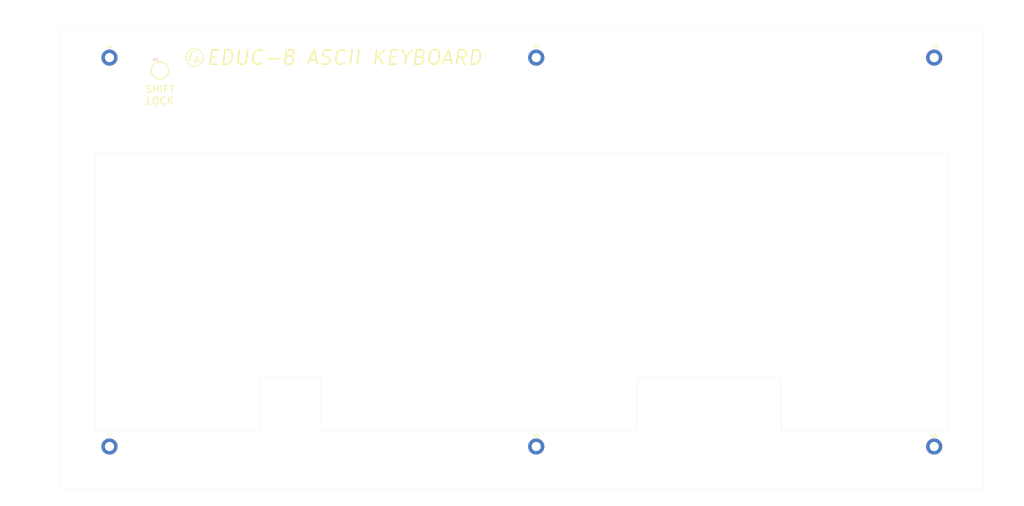
<source format=kicad_pcb>
(kicad_pcb (version 20171130) (host pcbnew "(5.1.10-1-10_14)")

  (general
    (thickness 1.6)
    (drawings 58)
    (tracks 0)
    (zones 0)
    (modules 8)
    (nets 2)
  )

  (page A4)
  (layers
    (0 F.Cu signal)
    (31 B.Cu signal)
    (32 B.Adhes user)
    (33 F.Adhes user)
    (34 B.Paste user)
    (35 F.Paste user)
    (36 B.SilkS user)
    (37 F.SilkS user)
    (38 B.Mask user)
    (39 F.Mask user)
    (40 Dwgs.User user)
    (41 Cmts.User user)
    (42 Eco1.User user)
    (43 Eco2.User user)
    (44 Edge.Cuts user)
    (45 Margin user)
    (46 B.CrtYd user)
    (47 F.CrtYd user)
    (48 B.Fab user)
    (49 F.Fab user)
  )

  (setup
    (last_trace_width 0.25)
    (trace_clearance 0.2)
    (zone_clearance 0.508)
    (zone_45_only no)
    (trace_min 0.2)
    (via_size 0.8)
    (via_drill 0.4)
    (via_min_size 0.4)
    (via_min_drill 0.3)
    (uvia_size 0.3)
    (uvia_drill 0.1)
    (uvias_allowed no)
    (uvia_min_size 0.2)
    (uvia_min_drill 0.1)
    (edge_width 0.05)
    (segment_width 0.2)
    (pcb_text_width 0.3)
    (pcb_text_size 1.5 1.5)
    (mod_edge_width 0.12)
    (mod_text_size 1 1)
    (mod_text_width 0.15)
    (pad_size 5 5)
    (pad_drill 5)
    (pad_to_mask_clearance 0)
    (aux_axis_origin 0 0)
    (grid_origin 20 150)
    (visible_elements FFFFFF7F)
    (pcbplotparams
      (layerselection 0x010fc_ffffffff)
      (usegerberextensions false)
      (usegerberattributes true)
      (usegerberadvancedattributes true)
      (creategerberjobfile true)
      (excludeedgelayer true)
      (linewidth 0.100000)
      (plotframeref false)
      (viasonmask false)
      (mode 1)
      (useauxorigin false)
      (hpglpennumber 1)
      (hpglpenspeed 20)
      (hpglpendiameter 15.000000)
      (psnegative false)
      (psa4output false)
      (plotreference true)
      (plotvalue true)
      (plotinvisibletext false)
      (padsonsilk false)
      (subtractmaskfromsilk false)
      (outputformat 1)
      (mirror false)
      (drillshape 1)
      (scaleselection 1)
      (outputdirectory ""))
  )

  (net 0 "")
  (net 1 "Net-(H2-Pad1)")

  (net_class Default "This is the default net class."
    (clearance 0.2)
    (trace_width 0.25)
    (via_dia 0.8)
    (via_drill 0.4)
    (uvia_dia 0.3)
    (uvia_drill 0.1)
    (add_net "Net-(H2-Pad1)")
  )

  (module EDUC-8:EA_Symbol (layer F.Cu) (tedit 60BC925A) (tstamp 60E04660)
    (at 56.5 0)
    (fp_text reference REF** (at 0 -5.08) (layer F.SilkS) hide
      (effects (font (size 1 1) (thickness 0.15)))
    )
    (fp_text value EA_Symbol (at 0 -6.985) (layer F.Fab) hide
      (effects (font (size 1 1) (thickness 0.15)))
    )
    (fp_circle (center 0 0) (end 3 0) (layer F.SilkS) (width 0.24))
    (fp_line (start -1 -2) (end -1.7 0.9) (layer F.SilkS) (width 0.3))
    (fp_line (start -1.04 -2.07) (end 0.57 -2.07) (layer F.SilkS) (width 0.12))
    (fp_line (start -4.09 -0.53) (end 0.11 -0.53) (layer F.SilkS) (width 0.12))
    (fp_line (start -1.75 0.95) (end 3.95 0.95) (layer F.SilkS) (width 0.12))
    (fp_line (start 1 -0.5) (end 0.2 1.9) (layer F.SilkS) (width 0.3))
    (fp_line (start 1.04 -0.51) (end 2 1.96) (layer F.SilkS) (width 0.12))
  )

  (module MountingHole:MountingHole_3.2mm_M3_DIN965_Pad (layer F.Cu) (tedit 56D1B4CB) (tstamp 60E0441E)
    (at 27 135)
    (descr "Mounting Hole 3.2mm, M3, DIN965")
    (tags "mounting hole 3.2mm m3 din965")
    (path /613F2969)
    (attr virtual)
    (fp_text reference H7 (at 0 -3.8) (layer F.SilkS)
      (effects (font (size 1 1) (thickness 0.15)))
    )
    (fp_text value MountingHole_Pad (at 0 3.8) (layer F.Fab)
      (effects (font (size 1 1) (thickness 0.15)))
    )
    (fp_circle (center 0 0) (end 3.05 0) (layer F.CrtYd) (width 0.05))
    (fp_circle (center 0 0) (end 2.8 0) (layer Cmts.User) (width 0.15))
    (fp_text user %R (at 0.3 0) (layer F.Fab)
      (effects (font (size 1 1) (thickness 0.15)))
    )
    (pad 1 thru_hole circle (at 0 0) (size 5.6 5.6) (drill 3.2) (layers *.Cu *.Mask)
      (net 1 "Net-(H2-Pad1)"))
  )

  (module MountingHole:MountingHole_3.2mm_M3_DIN965_Pad (layer F.Cu) (tedit 56D1B4CB) (tstamp 60E04416)
    (at 313 135)
    (descr "Mounting Hole 3.2mm, M3, DIN965")
    (tags "mounting hole 3.2mm m3 din965")
    (path /613F2621)
    (attr virtual)
    (fp_text reference H6 (at 0 -3.8) (layer F.SilkS)
      (effects (font (size 1 1) (thickness 0.15)))
    )
    (fp_text value MountingHole_Pad (at 0 3.8) (layer F.Fab)
      (effects (font (size 1 1) (thickness 0.15)))
    )
    (fp_circle (center 0 0) (end 3.05 0) (layer F.CrtYd) (width 0.05))
    (fp_circle (center 0 0) (end 2.8 0) (layer Cmts.User) (width 0.15))
    (fp_text user %R (at 0.3 0) (layer F.Fab)
      (effects (font (size 1 1) (thickness 0.15)))
    )
    (pad 1 thru_hole circle (at 0 0) (size 5.6 5.6) (drill 3.2) (layers *.Cu *.Mask)
      (net 1 "Net-(H2-Pad1)"))
  )

  (module MountingHole:MountingHole_3.2mm_M3_DIN965_Pad (layer F.Cu) (tedit 56D1B4CB) (tstamp 60E0440E)
    (at 175 135)
    (descr "Mounting Hole 3.2mm, M3, DIN965")
    (tags "mounting hole 3.2mm m3 din965")
    (path /613F2208)
    (attr virtual)
    (fp_text reference H5 (at 0 -3.8) (layer F.SilkS)
      (effects (font (size 1 1) (thickness 0.15)))
    )
    (fp_text value MountingHole_Pad (at 0 3.8) (layer F.Fab)
      (effects (font (size 1 1) (thickness 0.15)))
    )
    (fp_circle (center 0 0) (end 3.05 0) (layer F.CrtYd) (width 0.05))
    (fp_circle (center 0 0) (end 2.8 0) (layer Cmts.User) (width 0.15))
    (fp_text user %R (at 0.3 0) (layer F.Fab)
      (effects (font (size 1 1) (thickness 0.15)))
    )
    (pad 1 thru_hole circle (at 0 0) (size 5.6 5.6) (drill 3.2) (layers *.Cu *.Mask)
      (net 1 "Net-(H2-Pad1)"))
  )

  (module MountingHole:MountingHole_3.2mm_M3_DIN965_Pad (layer F.Cu) (tedit 56D1B4CB) (tstamp 60E04406)
    (at 27 0)
    (descr "Mounting Hole 3.2mm, M3, DIN965")
    (tags "mounting hole 3.2mm m3 din965")
    (path /613F1BF6)
    (attr virtual)
    (fp_text reference H4 (at 0 -3.8) (layer F.SilkS)
      (effects (font (size 1 1) (thickness 0.15)))
    )
    (fp_text value MountingHole_Pad (at 0 3.8) (layer F.Fab)
      (effects (font (size 1 1) (thickness 0.15)))
    )
    (fp_circle (center 0 0) (end 3.05 0) (layer F.CrtYd) (width 0.05))
    (fp_circle (center 0 0) (end 2.8 0) (layer Cmts.User) (width 0.15))
    (fp_text user %R (at 0.3 0) (layer F.Fab)
      (effects (font (size 1 1) (thickness 0.15)))
    )
    (pad 1 thru_hole circle (at 0 0) (size 5.6 5.6) (drill 3.2) (layers *.Cu *.Mask)
      (net 1 "Net-(H2-Pad1)"))
  )

  (module MountingHole:MountingHole_3.2mm_M3_DIN965_Pad (layer F.Cu) (tedit 56D1B4CB) (tstamp 60E043FE)
    (at 313 0)
    (descr "Mounting Hole 3.2mm, M3, DIN965")
    (tags "mounting hole 3.2mm m3 din965")
    (path /613F144B)
    (attr virtual)
    (fp_text reference H3 (at 0 -3.8) (layer F.SilkS)
      (effects (font (size 1 1) (thickness 0.15)))
    )
    (fp_text value MountingHole_Pad (at 0 3.8) (layer F.Fab)
      (effects (font (size 1 1) (thickness 0.15)))
    )
    (fp_circle (center 0 0) (end 3.05 0) (layer F.CrtYd) (width 0.05))
    (fp_circle (center 0 0) (end 2.8 0) (layer Cmts.User) (width 0.15))
    (fp_text user %R (at 0.3 0) (layer F.Fab)
      (effects (font (size 1 1) (thickness 0.15)))
    )
    (pad 1 thru_hole circle (at 0 0) (size 5.6 5.6) (drill 3.2) (layers *.Cu *.Mask)
      (net 1 "Net-(H2-Pad1)"))
  )

  (module MountingHole:MountingHole_3.2mm_M3_DIN965_Pad (layer F.Cu) (tedit 56D1B4CB) (tstamp 60E043F6)
    (at 175 0)
    (descr "Mounting Hole 3.2mm, M3, DIN965")
    (tags "mounting hole 3.2mm m3 din965")
    (path /613F097A)
    (attr virtual)
    (fp_text reference H2 (at 0 -3.8) (layer F.SilkS)
      (effects (font (size 1 1) (thickness 0.15)))
    )
    (fp_text value MountingHole_Pad (at 0 3.8) (layer F.Fab)
      (effects (font (size 1 1) (thickness 0.15)))
    )
    (fp_circle (center 0 0) (end 3.05 0) (layer F.CrtYd) (width 0.05))
    (fp_circle (center 0 0) (end 2.8 0) (layer Cmts.User) (width 0.15))
    (fp_text user %R (at 0.3 0) (layer F.Fab)
      (effects (font (size 1 1) (thickness 0.15)))
    )
    (pad 1 thru_hole circle (at 0 0) (size 5.6 5.6) (drill 3.2) (layers *.Cu *.Mask)
      (net 1 "Net-(H2-Pad1)"))
  )

  (module Altronics:3mm_Panel_Hole (layer F.Cu) (tedit 60DFF2FE) (tstamp 60E043EE)
    (at 44.5 4.5)
    (path /613EFFF7)
    (fp_text reference H1 (at -1.5 -3.75) (layer B.SilkS)
      (effects (font (size 1 1) (thickness 0.15)))
    )
    (fp_text value MountingHole (at 1.25 -7.5) (layer F.Fab)
      (effects (font (size 1 1) (thickness 0.15)))
    )
    (pad "" np_thru_hole circle (at 0 0) (size 5 5) (drill 5) (layers *.Cu *.Mask))
  )

  (dimension 46 (width 0.15) (layer Dwgs.User)
    (gr_text "46.000 mm" (at 198 128.3) (layer Dwgs.User)
      (effects (font (size 1 1) (thickness 0.15)))
    )
    (feature1 (pts (xy 221 120) (xy 221 127.586421)))
    (feature2 (pts (xy 175 120) (xy 175 127.586421)))
    (crossbar (pts (xy 175 127) (xy 221 127)))
    (arrow1a (pts (xy 221 127) (xy 219.873496 127.586421)))
    (arrow1b (pts (xy 221 127) (xy 219.873496 126.413579)))
    (arrow2a (pts (xy 175 127) (xy 176.126504 127.586421)))
    (arrow2b (pts (xy 175 127) (xy 176.126504 126.413579)))
  )
  (gr_line (start 27 135) (end 313 135) (layer Dwgs.User) (width 0.15))
  (dimension 135 (width 0.15) (layer Dwgs.User)
    (gr_text "135.000 mm" (at -7.3 67.5 270) (layer Dwgs.User)
      (effects (font (size 1 1) (thickness 0.15)))
    )
    (feature1 (pts (xy 27 135) (xy -6.586421 135)))
    (feature2 (pts (xy 27 0) (xy -6.586421 0)))
    (crossbar (pts (xy -6 0) (xy -6 135)))
    (arrow1a (pts (xy -6 135) (xy -6.586421 133.873496)))
    (arrow1b (pts (xy -6 135) (xy -5.413579 133.873496)))
    (arrow2a (pts (xy -6 0) (xy -6.586421 1.126504)))
    (arrow2b (pts (xy -6 0) (xy -5.413579 1.126504)))
  )
  (gr_line (start 260 129.5) (end 318 129.5) (layer Edge.Cuts) (width 0.05) (tstamp 60E0478A))
  (gr_line (start 100.5 129.5) (end 175 129.5) (layer Edge.Cuts) (width 0.05) (tstamp 60E0476C))
  (gr_line (start 100.5 111) (end 100.5 129.5) (layer Edge.Cuts) (width 0.05))
  (gr_line (start 90.5 111) (end 100.5 111) (layer Edge.Cuts) (width 0.05))
  (dimension 21 (width 0.15) (layer Dwgs.User)
    (gr_text "21.000 mm" (at 90 105.2) (layer Dwgs.User)
      (effects (font (size 1 1) (thickness 0.15)))
    )
    (feature1 (pts (xy 100.5 111) (xy 100.5 105.913579)))
    (feature2 (pts (xy 79.5 111) (xy 79.5 105.913579)))
    (crossbar (pts (xy 79.5 106.5) (xy 100.5 106.5)))
    (arrow1a (pts (xy 100.5 106.5) (xy 99.373496 107.086421)))
    (arrow1b (pts (xy 100.5 106.5) (xy 99.373496 105.913579)))
    (arrow2a (pts (xy 79.5 106.5) (xy 80.626504 107.086421)))
    (arrow2b (pts (xy 79.5 106.5) (xy 80.626504 105.913579)))
  )
  (gr_line (start 259.5 111) (end 260 111) (layer Edge.Cuts) (width 0.05) (tstamp 60E04762))
  (dimension 296 (width 0.15) (layer Dwgs.User)
    (gr_text "296.000 mm" (at 170 21.7) (layer Dwgs.User)
      (effects (font (size 1 1) (thickness 0.15)))
    )
    (feature1 (pts (xy 318 33) (xy 318 22.413579)))
    (feature2 (pts (xy 22 33) (xy 22 22.413579)))
    (crossbar (pts (xy 22 23) (xy 318 23)))
    (arrow1a (pts (xy 318 23) (xy 316.873496 23.586421)))
    (arrow1b (pts (xy 318 23) (xy 316.873496 22.413579)))
    (arrow2a (pts (xy 22 23) (xy 23.126504 23.586421)))
    (arrow2b (pts (xy 22 23) (xy 23.126504 22.413579)))
  )
  (gr_text "SHIFT\nLOCK" (at 44.5 13) (layer F.SilkS)
    (effects (font (size 2.5 2.5) (thickness 0.3)))
  )
  (gr_circle (center 44.5 4.5) (end 47.5 4.5) (layer F.SilkS) (width 0.3))
  (gr_text "EDUC-8 ASCII KEYBOARD" (at 108.5 0) (layer F.SilkS)
    (effects (font (size 5 5) (thickness 0.5) italic))
  )
  (dimension 4.5 (width 0.15) (layer Dwgs.User)
    (gr_text "4.500 mm" (at 52.8 2.25 270) (layer Dwgs.User)
      (effects (font (size 1 1) (thickness 0.15)))
    )
    (feature1 (pts (xy 44.5 4.5) (xy 52.086421 4.5)))
    (feature2 (pts (xy 44.5 0) (xy 52.086421 0)))
    (crossbar (pts (xy 51.5 0) (xy 51.5 4.5)))
    (arrow1a (pts (xy 51.5 4.5) (xy 50.913579 3.373496)))
    (arrow1b (pts (xy 51.5 4.5) (xy 52.086421 3.373496)))
    (arrow2a (pts (xy 51.5 0) (xy 50.913579 1.126504)))
    (arrow2b (pts (xy 51.5 0) (xy 52.086421 1.126504)))
  )
  (dimension 17.5 (width 0.15) (layer Dwgs.User)
    (gr_text "17.500 mm" (at 35.75 -5.3) (layer Dwgs.User)
      (effects (font (size 1 1) (thickness 0.15)))
    )
    (feature1 (pts (xy 44.5 10) (xy 44.5 -4.586421)))
    (feature2 (pts (xy 27 10) (xy 27 -4.586421)))
    (crossbar (pts (xy 27 -4) (xy 44.5 -4)))
    (arrow1a (pts (xy 44.5 -4) (xy 43.373496 -3.413579)))
    (arrow1b (pts (xy 44.5 -4) (xy 43.373496 -4.586421)))
    (arrow2a (pts (xy 27 -4) (xy 28.126504 -3.413579)))
    (arrow2b (pts (xy 27 -4) (xy 28.126504 -4.586421)))
  )
  (gr_line (start 22 33) (end 22 129.5) (layer Edge.Cuts) (width 0.05) (tstamp 60E044E9))
  (gr_line (start 318 33) (end 22 33) (layer Edge.Cuts) (width 0.05))
  (gr_line (start 318 129.5) (end 318 33) (layer Edge.Cuts) (width 0.05))
  (gr_line (start 210 129.5) (end 175 129.5) (layer Edge.Cuts) (width 0.05) (tstamp 60E044E8))
  (gr_line (start 210 111) (end 210 129.5) (layer Edge.Cuts) (width 0.05))
  (gr_line (start 259.5 111) (end 210 111) (layer Edge.Cuts) (width 0.05))
  (gr_line (start 260 129.5) (end 260 111) (layer Edge.Cuts) (width 0.05))
  (gr_line (start 22 129.5) (end 318 129.5) (layer Dwgs.User) (width 0.15))
  (gr_line (start 79.5 111) (end 90.5 111) (layer Edge.Cuts) (width 0.05))
  (gr_line (start 79.5 129.5) (end 79.5 111) (layer Edge.Cuts) (width 0.05))
  (dimension 18.5 (width 0.15) (layer Dwgs.User)
    (gr_text "18.500 mm" (at 74.2 120.25 90) (layer Dwgs.User)
      (effects (font (size 1 1) (thickness 0.15)))
    )
    (feature1 (pts (xy 79.5 111) (xy 74.913579 111)))
    (feature2 (pts (xy 79.5 129.5) (xy 74.913579 129.5)))
    (crossbar (pts (xy 75.5 129.5) (xy 75.5 111)))
    (arrow1a (pts (xy 75.5 111) (xy 76.086421 112.126504)))
    (arrow1b (pts (xy 75.5 111) (xy 74.913579 112.126504)))
    (arrow2a (pts (xy 75.5 129.5) (xy 76.086421 128.373496)))
    (arrow2b (pts (xy 75.5 129.5) (xy 74.913579 128.373496)))
  )
  (gr_line (start 22 129.5) (end 79.5 129.5) (layer Edge.Cuts) (width 0.05))
  (dimension 57.5 (width 0.15) (layer Dwgs.User)
    (gr_text "57.500 mm" (at 50.75 137.8) (layer Dwgs.User)
      (effects (font (size 1 1) (thickness 0.15)))
    )
    (feature1 (pts (xy 79.5 129.5) (xy 79.5 137.086421)))
    (feature2 (pts (xy 22 129.5) (xy 22 137.086421)))
    (crossbar (pts (xy 22 136.5) (xy 79.5 136.5)))
    (arrow1a (pts (xy 79.5 136.5) (xy 78.373496 137.086421)))
    (arrow1b (pts (xy 79.5 136.5) (xy 78.373496 135.913579)))
    (arrow2a (pts (xy 22 136.5) (xy 23.126504 137.086421)))
    (arrow2b (pts (xy 22 136.5) (xy 23.126504 135.913579)))
  )
  (dimension 119.5 (width 0.15) (layer Dwgs.User)
    (gr_text "119.500 mm" (at 150.25 121.3) (layer Dwgs.User)
      (effects (font (size 1 1) (thickness 0.15)))
    )
    (feature1 (pts (xy 90.5 110.5) (xy 90.5 120.586421)))
    (feature2 (pts (xy 210 110.5) (xy 210 120.586421)))
    (crossbar (pts (xy 210 120) (xy 90.5 120)))
    (arrow1a (pts (xy 90.5 120) (xy 91.626504 119.413579)))
    (arrow1b (pts (xy 90.5 120) (xy 91.626504 120.586421)))
    (arrow2a (pts (xy 210 120) (xy 208.873496 119.413579)))
    (arrow2b (pts (xy 210 120) (xy 208.873496 120.586421)))
  )
  (dimension 49.5 (width 0.15) (layer Dwgs.User)
    (gr_text "49.500 mm" (at 234.75 104.7) (layer Dwgs.User)
      (effects (font (size 1 1) (thickness 0.15)))
    )
    (feature1 (pts (xy 210 111) (xy 210 105.413579)))
    (feature2 (pts (xy 259.5 111) (xy 259.5 105.413579)))
    (crossbar (pts (xy 259.5 106) (xy 210 106)))
    (arrow1a (pts (xy 210 106) (xy 211.126504 105.413579)))
    (arrow1b (pts (xy 210 106) (xy 211.126504 106.586421)))
    (arrow2a (pts (xy 259.5 106) (xy 258.373496 105.413579)))
    (arrow2b (pts (xy 259.5 106) (xy 258.373496 106.586421)))
  )
  (dimension 18.5 (width 0.15) (layer Dwgs.User)
    (gr_text "18.500 mm" (at 269.8 120.25 90) (layer Dwgs.User)
      (effects (font (size 1 1) (thickness 0.15)))
    )
    (feature1 (pts (xy 259.5 111) (xy 269.086421 111)))
    (feature2 (pts (xy 259.5 129.5) (xy 269.086421 129.5)))
    (crossbar (pts (xy 268.5 129.5) (xy 268.5 111)))
    (arrow1a (pts (xy 268.5 111) (xy 269.086421 112.126504)))
    (arrow1b (pts (xy 268.5 111) (xy 267.913579 112.126504)))
    (arrow2a (pts (xy 268.5 129.5) (xy 269.086421 128.373496)))
    (arrow2b (pts (xy 268.5 129.5) (xy 267.913579 128.373496)))
  )
  (dimension 58.5 (width 0.15) (layer Dwgs.User)
    (gr_text "58.500 mm" (at 288.75 138.3) (layer Dwgs.User)
      (effects (font (size 1 1) (thickness 0.15)))
    )
    (feature1 (pts (xy 259.5 129.5) (xy 259.5 137.586421)))
    (feature2 (pts (xy 318 129.5) (xy 318 137.586421)))
    (crossbar (pts (xy 318 137) (xy 259.5 137)))
    (arrow1a (pts (xy 259.5 137) (xy 260.626504 136.413579)))
    (arrow1b (pts (xy 259.5 137) (xy 260.626504 137.586421)))
    (arrow2a (pts (xy 318 137) (xy 316.873496 136.413579)))
    (arrow2b (pts (xy 318 137) (xy 316.873496 137.586421)))
  )
  (dimension 96.5 (width 0.15) (layer Dwgs.User)
    (gr_text "96.500 mm" (at -3.8 81.25 270) (layer Dwgs.User)
      (effects (font (size 1 1) (thickness 0.15)))
    )
    (feature1 (pts (xy 22 129.5) (xy -3.086421 129.5)))
    (feature2 (pts (xy 22 33) (xy -3.086421 33)))
    (crossbar (pts (xy -2.5 33) (xy -2.5 129.5)))
    (arrow1a (pts (xy -2.5 129.5) (xy -3.086421 128.373496)))
    (arrow1b (pts (xy -2.5 129.5) (xy -1.913579 128.373496)))
    (arrow2a (pts (xy -2.5 33) (xy -3.086421 34.126504)))
    (arrow2b (pts (xy -2.5 33) (xy -1.913579 34.126504)))
  )
  (dimension 96.5 (width 0.15) (layer Dwgs.User)
    (gr_text "96.500 mm" (at 342.8 81.25 270) (layer Dwgs.User)
      (effects (font (size 1 1) (thickness 0.15)))
    )
    (feature1 (pts (xy 318 129.5) (xy 342.086421 129.5)))
    (feature2 (pts (xy 318 33) (xy 342.086421 33)))
    (crossbar (pts (xy 341.5 33) (xy 341.5 129.5)))
    (arrow1a (pts (xy 341.5 129.5) (xy 340.913579 128.373496)))
    (arrow1b (pts (xy 341.5 129.5) (xy 342.086421 128.373496)))
    (arrow2a (pts (xy 341.5 33) (xy 340.913579 34.126504)))
    (arrow2b (pts (xy 341.5 33) (xy 342.086421 34.126504)))
  )
  (gr_line (start 330 150) (end 320 150) (layer Edge.Cuts) (width 0.05) (tstamp 60E044E4))
  (gr_line (start 330 -10) (end 330 150) (layer Edge.Cuts) (width 0.05))
  (gr_line (start 320 -10) (end 330 -10) (layer Edge.Cuts) (width 0.05))
  (gr_line (start 10 150) (end 20 150) (layer Edge.Cuts) (width 0.05) (tstamp 60E044E3))
  (gr_line (start 10 140) (end 10 150) (layer Edge.Cuts) (width 0.05))
  (gr_line (start 10 -10) (end 10 140) (layer Edge.Cuts) (width 0.05))
  (gr_line (start 20 -10) (end 10 -10) (layer Edge.Cuts) (width 0.05))
  (dimension 5 (width 0.15) (layer Dwgs.User)
    (gr_text "5.000 mm" (at 315.5 29.7) (layer Dwgs.User)
      (effects (font (size 1 1) (thickness 0.15)))
    )
    (feature1 (pts (xy 318 33) (xy 318 30.413579)))
    (feature2 (pts (xy 313 33) (xy 313 30.413579)))
    (crossbar (pts (xy 313 31) (xy 318 31)))
    (arrow1a (pts (xy 318 31) (xy 316.873496 31.586421)))
    (arrow1b (pts (xy 318 31) (xy 316.873496 30.413579)))
    (arrow2a (pts (xy 313 31) (xy 314.126504 31.586421)))
    (arrow2b (pts (xy 313 31) (xy 314.126504 30.413579)))
  )
  (dimension 5 (width 0.15) (layer Dwgs.User)
    (gr_text "5.000 mm" (at 24.5 23.7) (layer Dwgs.User)
      (effects (font (size 1 1) (thickness 0.15)))
    )
    (feature1 (pts (xy 22 33) (xy 22 24.413579)))
    (feature2 (pts (xy 27 33) (xy 27 24.413579)))
    (crossbar (pts (xy 27 25) (xy 22 25)))
    (arrow1a (pts (xy 22 25) (xy 23.126504 24.413579)))
    (arrow1b (pts (xy 22 25) (xy 23.126504 25.586421)))
    (arrow2a (pts (xy 27 25) (xy 25.873496 24.413579)))
    (arrow2b (pts (xy 27 25) (xy 25.873496 25.586421)))
  )
  (gr_line (start 27 33) (end 320 33) (layer Dwgs.User) (width 0.15))
  (dimension 33 (width 0.15) (layer Dwgs.User)
    (gr_text "33.000 mm" (at 9.7 16.5 270) (layer Dwgs.User)
      (effects (font (size 1 1) (thickness 0.15)))
    )
    (feature1 (pts (xy 27 33) (xy 10.413579 33)))
    (feature2 (pts (xy 27 0) (xy 10.413579 0)))
    (crossbar (pts (xy 11 0) (xy 11 33)))
    (arrow1a (pts (xy 11 33) (xy 10.413579 31.873496)))
    (arrow1b (pts (xy 11 33) (xy 11.586421 31.873496)))
    (arrow2a (pts (xy 11 0) (xy 10.413579 1.126504)))
    (arrow2b (pts (xy 11 0) (xy 11.586421 1.126504)))
  )
  (gr_line (start 175 0) (end 175 150) (layer Dwgs.User) (width 0.15))
  (dimension 148 (width 0.15) (layer Dwgs.User)
    (gr_text "148.000 mm" (at 101 -19.3) (layer Dwgs.User)
      (effects (font (size 1 1) (thickness 0.15)))
    )
    (feature1 (pts (xy 175 0) (xy 175 -18.586421)))
    (feature2 (pts (xy 27 0) (xy 27 -18.586421)))
    (crossbar (pts (xy 27 -18) (xy 175 -18)))
    (arrow1a (pts (xy 175 -18) (xy 173.873496 -17.413579)))
    (arrow1b (pts (xy 175 -18) (xy 173.873496 -18.586421)))
    (arrow2a (pts (xy 27 -18) (xy 28.126504 -17.413579)))
    (arrow2b (pts (xy 27 -18) (xy 28.126504 -18.586421)))
  )
  (gr_line (start 320 0) (end 20 0) (layer Dwgs.User) (width 0.15))
  (gr_line (start 313 -10) (end 313 150) (layer Dwgs.User) (width 0.15))
  (gr_line (start 27 -10) (end 27 150) (layer Dwgs.User) (width 0.15))
  (gr_line (start 320 140) (end 20 140) (layer Dwgs.User) (width 0.15))
  (dimension 7 (width 0.15) (layer Dwgs.User)
    (gr_text "7.000 mm" (at 316.5 156.3) (layer Dwgs.User)
      (effects (font (size 1 1) (thickness 0.15)))
    )
    (feature1 (pts (xy 313 150) (xy 313 155.586421)))
    (feature2 (pts (xy 320 150) (xy 320 155.586421)))
    (crossbar (pts (xy 320 155) (xy 313 155)))
    (arrow1a (pts (xy 313 155) (xy 314.126504 154.413579)))
    (arrow1b (pts (xy 313 155) (xy 314.126504 155.586421)))
    (arrow2a (pts (xy 320 155) (xy 318.873496 154.413579)))
    (arrow2b (pts (xy 320 155) (xy 318.873496 155.586421)))
  )
  (dimension 10 (width 0.15) (layer Dwgs.User)
    (gr_text "10.000 mm" (at 333.3 145 90) (layer Dwgs.User)
      (effects (font (size 1 1) (thickness 0.15)))
    )
    (feature1 (pts (xy 320 140) (xy 332.586421 140)))
    (feature2 (pts (xy 320 150) (xy 332.586421 150)))
    (crossbar (pts (xy 332 150) (xy 332 140)))
    (arrow1a (pts (xy 332 140) (xy 332.586421 141.126504)))
    (arrow1b (pts (xy 332 140) (xy 331.413579 141.126504)))
    (arrow2a (pts (xy 332 150) (xy 332.586421 148.873496)))
    (arrow2b (pts (xy 332 150) (xy 331.413579 148.873496)))
  )
  (dimension 10 (width 0.15) (layer Dwgs.User)
    (gr_text "10.000 mm" (at 326.3 -5 270) (layer Dwgs.User)
      (effects (font (size 1 1) (thickness 0.15)))
    )
    (feature1 (pts (xy 320 0) (xy 325.586421 0)))
    (feature2 (pts (xy 320 -10) (xy 325.586421 -10)))
    (crossbar (pts (xy 325 -10) (xy 325 0)))
    (arrow1a (pts (xy 325 0) (xy 324.413579 -1.126504)))
    (arrow1b (pts (xy 325 0) (xy 325.586421 -1.126504)))
    (arrow2a (pts (xy 325 -10) (xy 324.413579 -8.873496)))
    (arrow2b (pts (xy 325 -10) (xy 325.586421 -8.873496)))
  )
  (dimension 7 (width 0.15) (layer Dwgs.User)
    (gr_text "7.000 mm" (at 316.5 -17.3) (layer Dwgs.User)
      (effects (font (size 1 1) (thickness 0.15)))
    )
    (feature1 (pts (xy 313 -10) (xy 313 -16.586421)))
    (feature2 (pts (xy 320 -10) (xy 320 -16.586421)))
    (crossbar (pts (xy 320 -16) (xy 313 -16)))
    (arrow1a (pts (xy 313 -16) (xy 314.126504 -16.586421)))
    (arrow1b (pts (xy 313 -16) (xy 314.126504 -15.413579)))
    (arrow2a (pts (xy 320 -16) (xy 318.873496 -16.586421)))
    (arrow2b (pts (xy 320 -16) (xy 318.873496 -15.413579)))
  )
  (dimension 7 (width 0.15) (layer Dwgs.User)
    (gr_text "7.000 mm" (at 23.5 -18.3) (layer Dwgs.User)
      (effects (font (size 1 1) (thickness 0.15)))
    )
    (feature1 (pts (xy 27 -10) (xy 27 -17.586421)))
    (feature2 (pts (xy 20 -10) (xy 20 -17.586421)))
    (crossbar (pts (xy 20 -17) (xy 27 -17)))
    (arrow1a (pts (xy 27 -17) (xy 25.873496 -16.413579)))
    (arrow1b (pts (xy 27 -17) (xy 25.873496 -17.586421)))
    (arrow2a (pts (xy 20 -17) (xy 21.126504 -16.413579)))
    (arrow2b (pts (xy 20 -17) (xy 21.126504 -17.586421)))
  )
  (gr_line (start 20 -10) (end 320 -10) (layer Edge.Cuts) (width 0.05))
  (gr_line (start 20 150) (end 320 150) (layer Edge.Cuts) (width 0.05))

)

</source>
